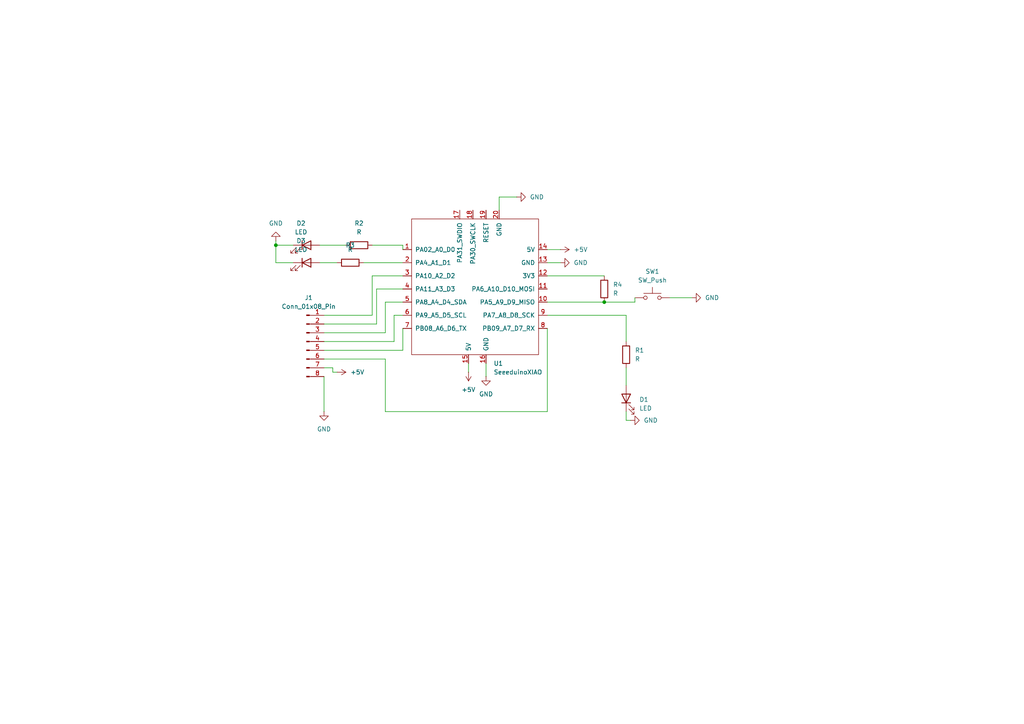
<source format=kicad_sch>
(kicad_sch (version 20231120) (generator "eeschema") (generator_version "8.0")
  (paper "A4")
  (lib_symbols
    (symbol "Connector:Conn_01x08_Pin" (pin_names (offset 1.016) hide)
      (property "Reference" "J" (at 0 10.16 0))
      (property "Value" "Conn_01x08_Pin" (at 0 -12.7 0))
      (symbol "Conn_01x08_Pin_1_1"
        (polyline (pts (xy 1.27 -10.16) (xy 0.8636 -10.16)) (stroke (width 0.1524)))
        (polyline (pts (xy 1.27 -7.62) (xy 0.8636 -7.62)) (stroke (width 0.1524)))
        (polyline (pts (xy 1.27 -5.08) (xy 0.8636 -5.08)) (stroke (width 0.1524)))
        (polyline (pts (xy 1.27 -2.54) (xy 0.8636 -2.54)) (stroke (width 0.1524)))
        (polyline (pts (xy 1.27 0) (xy 0.8636 0)) (stroke (width 0.1524)))
        (polyline (pts (xy 1.27 2.54) (xy 0.8636 2.54)) (stroke (width 0.1524)))
        (polyline (pts (xy 1.27 5.08) (xy 0.8636 5.08)) (stroke (width 0.1524)))
        (polyline (pts (xy 1.27 7.62) (xy 0.8636 7.62)) (stroke (width 0.1524)))
        (rectangle (start 0.8636 -10.033) (end 0 -10.287) (stroke (width 0.1524)) (fill (type outline)))
        (rectangle (start 0.8636 -7.493) (end 0 -7.747) (stroke (width 0.1524)) (fill (type outline)))
        (rectangle (start 0.8636 -4.953) (end 0 -5.207) (stroke (width 0.1524)) (fill (type outline)))
        (rectangle (start 0.8636 -2.413) (end 0 -2.667) (stroke (width 0.1524)) (fill (type outline)))
        (rectangle (start 0.8636 0.127) (end 0 -0.127) (stroke (width 0.1524)) (fill (type outline)))
        (rectangle (start 0.8636 2.667) (end 0 2.413) (stroke (width 0.1524)) (fill (type outline)))
        (rectangle (start 0.8636 5.207) (end 0 4.953) (stroke (width 0.1524)) (fill (type outline)))
        (rectangle (start 0.8636 7.747) (end 0 7.493) (stroke (width 0.1524)) (fill (type outline)))
        (pin passive line (at 5.08 7.62 180) (length 3.81) (name "Pin_1") (number "1"))
        (pin passive line (at 5.08 5.08 180) (length 3.81) (name "Pin_2") (number "2"))
        (pin passive line (at 5.08 2.54 180) (length 3.81) (name "Pin_3") (number "3"))
        (pin passive line (at 5.08 0 180) (length 3.81) (name "Pin_4") (number "4"))
        (pin passive line (at 5.08 -2.54 180) (length 3.81) (name "Pin_5") (number "5"))
        (pin passive line (at 5.08 -5.08 180) (length 3.81) (name "Pin_6") (number "6"))
        (pin passive line (at 5.08 -7.62 180) (length 3.81) (name "Pin_7") (number "7"))
        (pin passive line (at 5.08 -10.16 180) (length 3.81) (name "Pin_8") (number "8"))
      )
    )
    (symbol "Device:LED" (pin_numbers hide) (pin_names (offset 1.016) hide)
      (property "Reference" "D" (at 0 2.54 0))
      (property "Value" "LED" (at 0 -2.54 0))
      (symbol "LED_0_1"
        (polyline (pts (xy -1.27 -1.27) (xy -1.27 1.27)) (stroke (width 0.254)))
        (polyline (pts (xy -1.27 0) (xy 1.27 0)))
        (polyline (pts (xy 1.27 -1.27) (xy 1.27 1.27) (xy -1.27 0) (xy 1.27 -1.27)) (stroke (width 0.254)))
        (polyline (pts (xy -3.048 -0.762) (xy -4.572 -2.286) (xy -3.81 -2.286) (xy -4.572 -2.286) (xy -4.572 -1.524)))
        (polyline (pts (xy -1.778 -0.762) (xy -3.302 -2.286) (xy -2.54 -2.286) (xy -3.302 -2.286) (xy -3.302 -1.524)))
      )
      (symbol "LED_1_1"
        (pin passive line (at -3.81 0 0) (length 2.54) (name "K") (number "1"))
        (pin passive line (at 3.81 0 180) (length 2.54) (name "A") (number "2"))
      )
    )
    (symbol "Device:R" (pin_numbers hide) (pin_names (offset 0))
      (property "Reference" "R" (at 2.032 0 90))
      (property "Value" "R" (at 0 0 90))
      (symbol "R_0_1"
        (rectangle (start -1.016 -2.54) (end 1.016 2.54) (stroke (width 0.254)))
      )
      (symbol "R_1_1"
        (pin passive line (at 0 3.81 270) (length 1.27) (name "~") (number "1"))
        (pin passive line (at 0 -3.81 90) (length 1.27) (name "~") (number "2"))
      )
    )
    (symbol "Seeeduino-XIAO:SeeeduinoXIAO" (pin_names (offset 1.016))
      (property "Reference" "U" (at -19.05 22.86 0))
      (property "Value" "SeeeduinoXIAO" (at -12.7 21.59 0))
      (symbol "SeeeduinoXIAO_0_1"
        (rectangle (start -19.05 20.32) (end 17.78 -19.05))
      )
      (symbol "SeeeduinoXIAO_1_1"
        (pin unspecified line (at -21.59 11.43 0) (length 2.54) (name "PA02_A0_D0") (number "1"))
        (pin unspecified line (at 20.32 -3.81 180) (length 2.54) (name "PA5_A9_D9_MISO") (number "10"))
        (pin unspecified line (at 20.32 0 180) (length 2.54) (name "PA6_A10_D10_MOSI") (number "11"))
        (pin unspecified line (at 20.32 3.81 180) (length 2.54) (name "3V3") (number "12"))
        (pin unspecified line (at 20.32 7.62 180) (length 2.54) (name "GND") (number "13"))
        (pin unspecified line (at 20.32 11.43 180) (length 2.54) (name "5V") (number "14"))
        (pin input line (at -2.54 -21.59 90) (length 2.54) (name "5V") (number "15"))
        (pin input line (at 2.54 -21.59 90) (length 2.54) (name "GND") (number "16"))
        (pin input line (at -5.08 22.86 270) (length 2.54) (name "PA31_SWDIO") (number "17"))
        (pin input line (at -1.27 22.86 270) (length 2.54) (name "PA30_SWCLK") (number "18"))
        (pin input line (at 2.54 22.86 270) (length 2.54) (name "RESET") (number "19"))
        (pin unspecified line (at -21.59 7.62 0) (length 2.54) (name "PA4_A1_D1") (number "2"))
        (pin input line (at 6.35 22.86 270) (length 2.54) (name "GND") (number "20"))
        (pin unspecified line (at -21.59 3.81 0) (length 2.54) (name "PA10_A2_D2") (number "3"))
        (pin unspecified line (at -21.59 0 0) (length 2.54) (name "PA11_A3_D3") (number "4"))
        (pin unspecified line (at -21.59 -3.81 0) (length 2.54) (name "PA8_A4_D4_SDA") (number "5"))
        (pin unspecified line (at -21.59 -7.62 0) (length 2.54) (name "PA9_A5_D5_SCL") (number "6"))
        (pin unspecified line (at -21.59 -11.43 0) (length 2.54) (name "PB08_A6_D6_TX") (number "7"))
        (pin unspecified line (at 20.32 -11.43 180) (length 2.54) (name "PB09_A7_D7_RX") (number "8"))
        (pin unspecified line (at 20.32 -7.62 180) (length 2.54) (name "PA7_A8_D8_SCK") (number "9"))
      )
    )
    (symbol "Switch:SW_Push" (pin_numbers hide) (pin_names (offset 1.016) hide)
      (property "Reference" "SW" (at 1.27 2.54 0))
      (property "Value" "SW_Push" (at 0 -1.524 0))
      (symbol "SW_Push_0_1"
        (circle (center -2.032 0) (radius 0.508))
        (polyline (pts (xy 0 1.27) (xy 0 3.048)))
        (polyline (pts (xy 2.54 1.27) (xy -2.54 1.27)))
        (circle (center 2.032 0) (radius 0.508))
        (pin passive line (at -5.08 0 0) (length 2.54) (name "1") (number "1"))
        (pin passive line (at 5.08 0 180) (length 2.54) (name "2") (number "2"))
      )
    )
    (symbol "power:+5V" (power) (pin_numbers hide) (pin_names (offset 0) hide)
      (property "Value" "+5V" (at 0 3.556 0))
      (symbol "+5V_0_1"
        (polyline (pts (xy -0.762 1.27) (xy 0 2.54)))
        (polyline (pts (xy 0 0) (xy 0 2.54)))
        (polyline (pts (xy 0 2.54) (xy 0.762 1.27)))
      )
      (symbol "+5V_1_1"
        (pin power_in line (at 0 0 90) (length 0) (name "~") (number "1"))
      )
    )
    (symbol "power:GND" (power) (pin_numbers hide) (pin_names (offset 0) hide)
      (property "Value" "GND" (at 0 -3.81 0))
      (symbol "GND_0_1"
        (polyline (pts (xy 0 0) (xy 0 -1.27) (xy 1.27 -1.27) (xy 0 -2.54) (xy -1.27 -1.27) (xy 0 -1.27)))
      )
      (symbol "GND_1_1"
        (pin power_in line (at 0 0 270) (length 0) (name "~") (number "1"))
      )
    )
  )
  (junction (at 80.01 71.12))
  (junction (at 175.26 87.63))
  (wire (pts (xy 92.71 76.2) (xy 97.79 76.2)))
  (wire (pts (xy 80.01 76.2) (xy 85.09 76.2)))
  (wire (pts (xy 144.78 57.15) (xy 149.86 57.15)))
  (wire (pts (xy 181.61 106.68) (xy 181.61 111.76)))
  (wire (pts (xy 181.61 121.92) (xy 182.88 121.92)))
  (wire (pts (xy 96.52 107.95) (xy 97.79 107.95)))
  (wire (pts (xy 80.01 71.12) (xy 85.09 71.12)))
  (wire (pts (xy 111.76 119.38) (xy 158.75 119.38)))
  (wire (pts (xy 93.98 101.6) (xy 116.84 101.6)))
  (wire (pts (xy 107.95 80.01) (xy 107.95 91.44)))
  (wire (pts (xy 93.98 106.68) (xy 96.52 106.68)))
  (wire (pts (xy 114.3 99.06) (xy 93.98 99.06)))
  (wire (pts (xy 92.71 71.12) (xy 100.33 71.12)))
  (wire (pts (xy 111.76 104.14) (xy 111.76 119.38)))
  (wire (pts (xy 116.84 80.01) (xy 107.95 80.01)))
  (wire (pts (xy 93.98 104.14) (xy 111.76 104.14)))
  (wire (pts (xy 105.41 76.2) (xy 116.84 76.2)))
  (wire (pts (xy 158.75 80.01) (xy 175.26 80.01)))
  (wire (pts (xy 80.01 69.85) (xy 80.01 71.12)))
  (wire (pts (xy 114.3 91.44) (xy 114.3 99.06)))
  (wire (pts (xy 158.75 72.39) (xy 162.56 72.39)))
  (wire (pts (xy 158.75 91.44) (xy 181.61 91.44)))
  (wire (pts (xy 111.76 87.63) (xy 111.76 96.52)))
  (wire (pts (xy 80.01 76.2) (xy 80.01 71.12)))
  (wire (pts (xy 181.61 119.38) (xy 181.61 121.92)))
  (wire (pts (xy 181.61 91.44) (xy 181.61 99.06)))
  (wire (pts (xy 140.97 105.41) (xy 140.97 109.22)))
  (wire (pts (xy 158.75 76.2) (xy 162.56 76.2)))
  (wire (pts (xy 116.84 71.12) (xy 116.84 72.39)))
  (wire (pts (xy 184.15 86.36) (xy 184.15 87.63)))
  (wire (pts (xy 96.52 106.68) (xy 96.52 107.95)))
  (wire (pts (xy 144.78 60.96) (xy 144.78 57.15)))
  (wire (pts (xy 158.75 119.38) (xy 158.75 95.25)))
  (wire (pts (xy 116.84 95.25) (xy 116.84 101.6)))
  (wire (pts (xy 116.84 83.82) (xy 109.22 83.82)))
  (wire (pts (xy 116.84 87.63) (xy 111.76 87.63)))
  (wire (pts (xy 93.98 96.52) (xy 111.76 96.52)))
  (wire (pts (xy 135.89 105.41) (xy 135.89 107.95)))
  (wire (pts (xy 107.95 71.12) (xy 116.84 71.12)))
  (wire (pts (xy 93.98 109.22) (xy 93.98 119.38)))
  (wire (pts (xy 158.75 87.63) (xy 175.26 87.63)))
  (wire (pts (xy 107.95 91.44) (xy 93.98 91.44)))
  (wire (pts (xy 175.26 87.63) (xy 184.15 87.63)))
  (wire (pts (xy 194.31 86.36) (xy 200.66 86.36)))
  (wire (pts (xy 109.22 93.98) (xy 93.98 93.98)))
  (wire (pts (xy 116.84 91.44) (xy 114.3 91.44)))
  (wire (pts (xy 109.22 83.82) (xy 109.22 93.98)))
  (symbol (lib_id "power:GND") (at 149.86 57.15 90) (unit 1)
    (property "Reference" "#PWR06" (effects (hide yes)))
    (property "Value" "GND" (at 153.67 57.1499 90) (effects (justify right)))
    (property "Description" "Power symbol creates a global label with name \"GND\" , ground" (effects (hide yes)))
  )
  (symbol (lib_id "Switch:SW_Push") (at 189.23 86.36 0) (unit 1)
    (property "Reference" "SW1" (at 189.23 78.74 0))
    (property "Value" "SW_Push" (at 189.23 81.28 0))
    (property "Footprint" "Button_Switch_SMD:SW_SPST_SKQG_WithoutStem" (effects (hide yes)))
    (property "Description" "Push button switch, generic, two pins" (effects (hide yes)))
  )
  (symbol (lib_id "Connector:Conn_01x08_Pin") (at 88.9 99.06 0) (unit 1)
    (property "Reference" "J1" (at 89.535 86.36 0))
    (property "Value" "Conn_01x08_Pin" (at 89.535 88.9 0))
    (property "Footprint" "Connector_PinHeader_1.00mm:PinHeader_1x08_P1.00mm_Vertical_SMD_Pin1Left" (effects (hide yes)))
    (property "Description" "Generic connector, single row, 01x08, script generated" (effects (hide yes)))
  )
  (symbol (lib_id "power:+5V") (at 135.89 107.95 180) (unit 1)
    (property "Reference" "#PWR09" (effects (hide yes)))
    (property "Value" "+5V" (at 135.89 113.03 0))
    (property "Description" "Power symbol creates a global label with name \"+5V\"" (effects (hide yes)))
  )
  (symbol (lib_id "power:GND") (at 93.98 119.38 0) (unit 1)
    (property "Reference" "#PWR02" (effects (hide yes)))
    (property "Value" "GND" (at 93.98 124.46 0))
    (property "Description" "Power symbol creates a global label with name \"GND\" , ground" (effects (hide yes)))
  )
  (symbol (lib_id "power:GND") (at 140.97 109.22 0) (unit 1)
    (property "Reference" "#PWR01" (effects (hide yes)))
    (property "Value" "GND" (at 140.97 114.3 0))
    (property "Description" "Power symbol creates a global label with name \"GND\" , ground" (effects (hide yes)))
  )
  (symbol (lib_id "power:GND") (at 182.88 121.92 90) (unit 1)
    (property "Reference" "#PWR03" (effects (hide yes)))
    (property "Value" "GND" (at 186.69 121.9199 90) (effects (justify right)))
    (property "Description" "Power symbol creates a global label with name \"GND\" , ground" (effects (hide yes)))
  )
  (symbol (lib_id "Device:R") (at 181.61 102.87 0) (unit 1)
    (property "Reference" "R1" (at 184.15 101.5999 0) (effects (justify left)))
    (property "Value" "R" (at 184.15 104.1399 0) (effects (justify left)))
    (property "Footprint" "Resistor_SMD:R_1206_3216Metric" (effects (hide yes)))
    (property "Description" "Resistor" (effects (hide yes)))
  )
  (symbol (lib_id "power:GND") (at 200.66 86.36 90) (unit 1)
    (property "Reference" "#PWR04" (effects (hide yes)))
    (property "Value" "GND" (at 204.47 86.3599 90) (effects (justify right)))
    (property "Description" "Power symbol creates a global label with name \"GND\" , ground" (effects (hide yes)))
  )
  (symbol (lib_id "power:+5V") (at 162.56 72.39 270) (unit 1)
    (property "Reference" "#PWR011" (effects (hide yes)))
    (property "Value" "+5V" (at 166.37 72.3899 90) (effects (justify left)))
    (property "Description" "Power symbol creates a global label with name \"+5V\"" (effects (hide yes)))
  )
  (symbol (lib_id "Device:LED") (at 88.9 76.2 0) (unit 1)
    (property "Reference" "D3" (at 87.3125 69.85 0))
    (property "Value" "LED" (at 87.3125 72.39 0))
    (property "Footprint" "LED_SMD:LED_1206_3216Metric" (effects (hide yes)))
    (property "Description" "Light emitting diode" (effects (hide yes)))
  )
  (symbol (lib_id "Device:R") (at 104.14 71.12 270) (unit 1)
    (property "Reference" "R2" (at 104.14 64.77 90))
    (property "Value" "R" (at 104.14 67.31 90))
    (property "Footprint" "Resistor_SMD:R_1206_3216Metric" (effects (hide yes)))
    (property "Description" "Resistor" (effects (hide yes)))
  )
  (symbol (lib_id "Device:R") (at 175.26 83.82 0) (unit 1)
    (property "Reference" "R4" (at 177.8 82.5499 0) (effects (justify left)))
    (property "Value" "R" (at 177.8 85.0899 0) (effects (justify left)))
    (property "Footprint" "Resistor_SMD:R_1206_3216Metric" (effects (hide yes)))
    (property "Description" "Resistor" (effects (hide yes)))
  )
  (symbol (lib_id "Device:LED") (at 88.9 71.12 0) (unit 1)
    (property "Reference" "D2" (at 87.3125 64.77 0))
    (property "Value" "LED" (at 87.3125 67.31 0))
    (property "Footprint" "LED_SMD:LED_1206_3216Metric" (effects (hide yes)))
    (property "Description" "Light emitting diode" (effects (hide yes)))
  )
  (symbol (lib_id "power:GND") (at 80.01 69.85 180) (unit 1)
    (property "Reference" "#PWR07" (effects (hide yes)))
    (property "Value" "GND" (at 80.01 64.77 0))
    (property "Description" "Power symbol creates a global label with name \"GND\" , ground" (effects (hide yes)))
  )
  (symbol (lib_id "Seeeduino-XIAO:SeeeduinoXIAO") (at 138.43 83.82 0) (unit 1)
    (property "Reference" "U1" (at 143.1641 105.41 0) (effects (justify left)))
    (property "Value" "SeeeduinoXIAO" (at 143.1641 107.95 0) (effects (justify left)))
    (property "Footprint" "Seeeduino-XIAO:Seeeduino XIAO-MOUDLE14P-2.54-21X17.8MM" (effects (hide yes)))
  )
  (symbol (lib_id "Device:R") (at 101.6 76.2 270) (unit 1)
    (property "Reference" "R3" (at 101.6 71.12 90))
    (property "Value" "R" (at 101.6 72.39 90))
    (property "Footprint" "Resistor_SMD:R_1206_3216Metric" (effects (hide yes)))
    (property "Description" "Resistor" (effects (hide yes)))
  )
  (symbol (lib_id "Device:LED") (at 181.61 115.57 90) (unit 1)
    (property "Reference" "D1" (at 185.42 115.8874 90) (effects (justify right)))
    (property "Value" "LED" (at 185.42 118.4274 90) (effects (justify right)))
    (property "Footprint" "LED_SMD:LED_1206_3216Metric" (effects (hide yes)))
    (property "Description" "Light emitting diode" (effects (hide yes)))
  )
  (symbol (lib_id "power:GND") (at 162.56 76.2 90) (unit 1)
    (property "Reference" "#PWR05" (effects (hide yes)))
    (property "Value" "GND" (at 166.37 76.1999 90) (effects (justify right)))
    (property "Description" "Power symbol creates a global label with name \"GND\" , ground" (effects (hide yes)))
  )
  (symbol (lib_id "power:+5V") (at 97.79 107.95 270) (unit 1)
    (property "Reference" "#PWR010" (effects (hide yes)))
    (property "Value" "+5V" (at 101.6 107.9499 90) (effects (justify left)))
    (property "Description" "Power symbol creates a global label with name \"+5V\"" (effects (hide yes)))
  )
)
</source>
